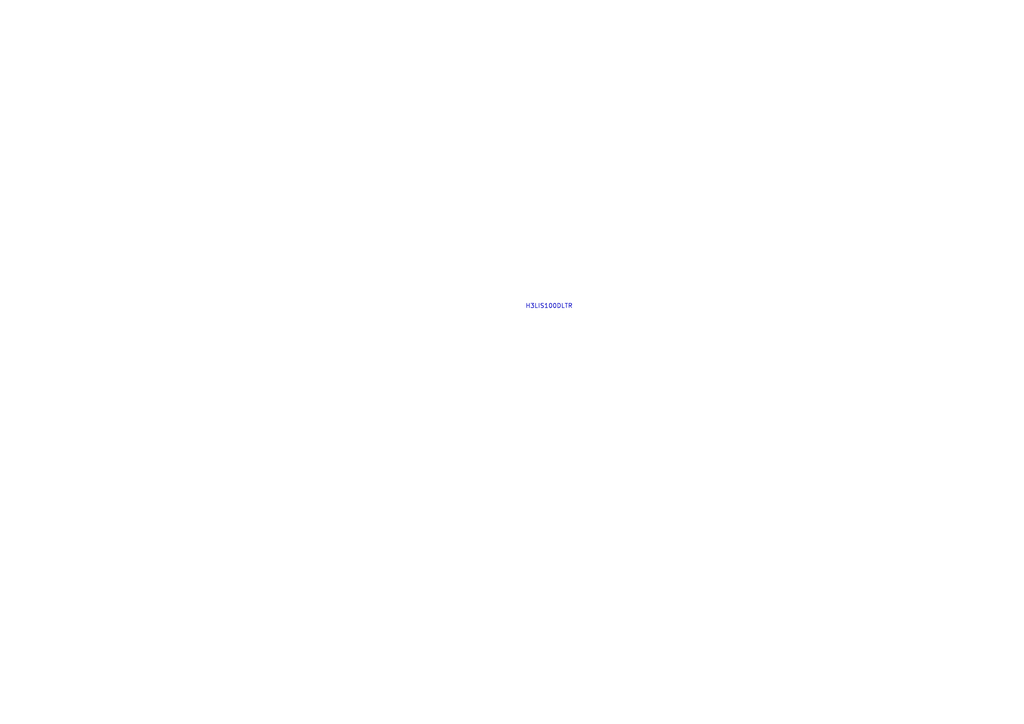
<source format=kicad_sch>
(kicad_sch
	(version 20250114)
	(generator "eeschema")
	(generator_version "9.0")
	(uuid "ea639d29-2c73-4c8b-a3dd-8cee8a2742d3")
	(paper "A4")
	(lib_symbols)
	(text "H3LIS100DLTR"
		(exclude_from_sim no)
		(at 159.258 88.9 0)
		(effects
			(font
				(size 1.27 1.27)
			)
		)
		(uuid "cebeccd9-17fa-4140-9433-673d5c63e8c2")
	)
)

</source>
